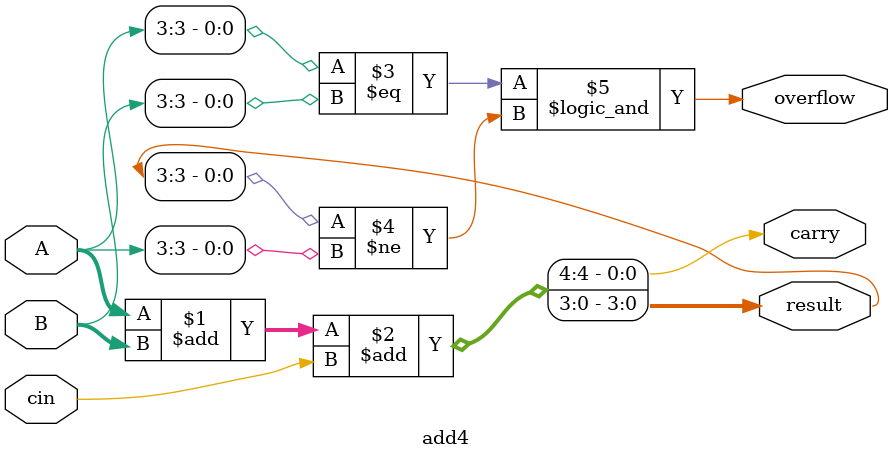
<source format=v>
module ALU (
	input [2:0] sel,
	input [3:0] A,
	input [3:0] B, 
	output reg [3:0] result, 
	output reg zero, 
	output reg carry,
	output reg overflow);
	
	always @(*)
	begin 
		// case(sel[2:0])
	end
	
endmodule

module addsub4(
	input [3:0] A,
	input [3:0] B,
	input sub,
	output reg [3:0] result,
	output reg zero,
	output reg carry,
	output reg overflow
);
    
	wire B1;
	assign B1 = B ^ {32{sub}};
    add4 add4inst1(.A(A), .B(B1), .cin(sub), .result(result), .carry(carry), .overflow(overflow));

endmodule


module add4(
	input [3:0] A,
	input [3:0] B,
	input cin,
	output [3:0] result,
	output carry,
	output reg overflow
);
    assign {carry, result} = A + B + cin;

    // 若参加加法运算的变量符号相同,
    // 而运算结果的符号与之不同,
    // 说明溢出.
    assign overflow = (A[3] == B[3]) && (result[3] != A[3]);
endmodule

</source>
